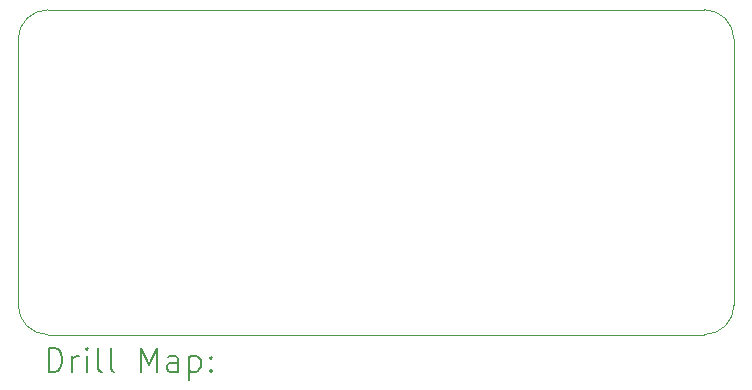
<source format=gbr>
%TF.GenerationSoftware,KiCad,Pcbnew,8.0.3*%
%TF.CreationDate,2024-06-23T18:33:12+02:00*%
%TF.ProjectId,MAX17262-breakout,4d415831-3732-4363-922d-627265616b6f,rev?*%
%TF.SameCoordinates,Original*%
%TF.FileFunction,Drillmap*%
%TF.FilePolarity,Positive*%
%FSLAX45Y45*%
G04 Gerber Fmt 4.5, Leading zero omitted, Abs format (unit mm)*
G04 Created by KiCad (PCBNEW 8.0.3) date 2024-06-23 18:33:12*
%MOMM*%
%LPD*%
G01*
G04 APERTURE LIST*
%ADD10C,0.050000*%
%ADD11C,0.200000*%
G04 APERTURE END LIST*
D10*
X11810000Y-7692500D02*
G75*
G02*
X12060000Y-7942500I0J-250000D01*
G01*
X6000000Y-10192500D02*
X6000000Y-7942500D01*
X6250000Y-10442500D02*
G75*
G02*
X6000000Y-10192500I0J250000D01*
G01*
X11810000Y-10442500D02*
X6250000Y-10442500D01*
X6250000Y-7692500D02*
X11810000Y-7692500D01*
X12060000Y-10192500D02*
G75*
G02*
X11810000Y-10442500I-250000J0D01*
G01*
X6000000Y-7942500D02*
G75*
G02*
X6250000Y-7692500I250000J0D01*
G01*
X12060000Y-7942500D02*
X12060000Y-10192500D01*
D11*
X6258277Y-10756484D02*
X6258277Y-10556484D01*
X6258277Y-10556484D02*
X6305896Y-10556484D01*
X6305896Y-10556484D02*
X6334467Y-10566008D01*
X6334467Y-10566008D02*
X6353515Y-10585055D01*
X6353515Y-10585055D02*
X6363039Y-10604103D01*
X6363039Y-10604103D02*
X6372562Y-10642198D01*
X6372562Y-10642198D02*
X6372562Y-10670770D01*
X6372562Y-10670770D02*
X6363039Y-10708865D01*
X6363039Y-10708865D02*
X6353515Y-10727912D01*
X6353515Y-10727912D02*
X6334467Y-10746960D01*
X6334467Y-10746960D02*
X6305896Y-10756484D01*
X6305896Y-10756484D02*
X6258277Y-10756484D01*
X6458277Y-10756484D02*
X6458277Y-10623150D01*
X6458277Y-10661246D02*
X6467801Y-10642198D01*
X6467801Y-10642198D02*
X6477324Y-10632674D01*
X6477324Y-10632674D02*
X6496372Y-10623150D01*
X6496372Y-10623150D02*
X6515420Y-10623150D01*
X6582086Y-10756484D02*
X6582086Y-10623150D01*
X6582086Y-10556484D02*
X6572562Y-10566008D01*
X6572562Y-10566008D02*
X6582086Y-10575531D01*
X6582086Y-10575531D02*
X6591610Y-10566008D01*
X6591610Y-10566008D02*
X6582086Y-10556484D01*
X6582086Y-10556484D02*
X6582086Y-10575531D01*
X6705896Y-10756484D02*
X6686848Y-10746960D01*
X6686848Y-10746960D02*
X6677324Y-10727912D01*
X6677324Y-10727912D02*
X6677324Y-10556484D01*
X6810658Y-10756484D02*
X6791610Y-10746960D01*
X6791610Y-10746960D02*
X6782086Y-10727912D01*
X6782086Y-10727912D02*
X6782086Y-10556484D01*
X7039229Y-10756484D02*
X7039229Y-10556484D01*
X7039229Y-10556484D02*
X7105896Y-10699341D01*
X7105896Y-10699341D02*
X7172562Y-10556484D01*
X7172562Y-10556484D02*
X7172562Y-10756484D01*
X7353515Y-10756484D02*
X7353515Y-10651722D01*
X7353515Y-10651722D02*
X7343991Y-10632674D01*
X7343991Y-10632674D02*
X7324943Y-10623150D01*
X7324943Y-10623150D02*
X7286848Y-10623150D01*
X7286848Y-10623150D02*
X7267801Y-10632674D01*
X7353515Y-10746960D02*
X7334467Y-10756484D01*
X7334467Y-10756484D02*
X7286848Y-10756484D01*
X7286848Y-10756484D02*
X7267801Y-10746960D01*
X7267801Y-10746960D02*
X7258277Y-10727912D01*
X7258277Y-10727912D02*
X7258277Y-10708865D01*
X7258277Y-10708865D02*
X7267801Y-10689817D01*
X7267801Y-10689817D02*
X7286848Y-10680293D01*
X7286848Y-10680293D02*
X7334467Y-10680293D01*
X7334467Y-10680293D02*
X7353515Y-10670770D01*
X7448753Y-10623150D02*
X7448753Y-10823150D01*
X7448753Y-10632674D02*
X7467801Y-10623150D01*
X7467801Y-10623150D02*
X7505896Y-10623150D01*
X7505896Y-10623150D02*
X7524943Y-10632674D01*
X7524943Y-10632674D02*
X7534467Y-10642198D01*
X7534467Y-10642198D02*
X7543991Y-10661246D01*
X7543991Y-10661246D02*
X7543991Y-10718389D01*
X7543991Y-10718389D02*
X7534467Y-10737436D01*
X7534467Y-10737436D02*
X7524943Y-10746960D01*
X7524943Y-10746960D02*
X7505896Y-10756484D01*
X7505896Y-10756484D02*
X7467801Y-10756484D01*
X7467801Y-10756484D02*
X7448753Y-10746960D01*
X7629705Y-10737436D02*
X7639229Y-10746960D01*
X7639229Y-10746960D02*
X7629705Y-10756484D01*
X7629705Y-10756484D02*
X7620182Y-10746960D01*
X7620182Y-10746960D02*
X7629705Y-10737436D01*
X7629705Y-10737436D02*
X7629705Y-10756484D01*
X7629705Y-10632674D02*
X7639229Y-10642198D01*
X7639229Y-10642198D02*
X7629705Y-10651722D01*
X7629705Y-10651722D02*
X7620182Y-10642198D01*
X7620182Y-10642198D02*
X7629705Y-10632674D01*
X7629705Y-10632674D02*
X7629705Y-10651722D01*
M02*

</source>
